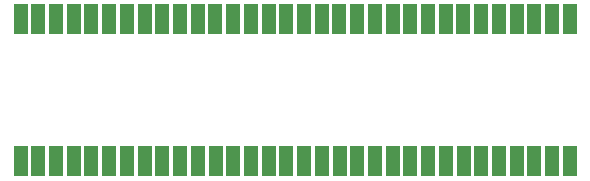
<source format=gbr>
%TF.GenerationSoftware,KiCad,Pcbnew,6.0.7+dfsg-1~bpo11+1*%
%TF.CreationDate,2022-09-04T13:44:52+01:00*%
%TF.ProjectId,gba_flex_ds_lite,6762615f-666c-4657-985f-64735f6c6974,rev?*%
%TF.SameCoordinates,Original*%
%TF.FileFunction,Soldermask,Top*%
%TF.FilePolarity,Negative*%
%FSLAX46Y46*%
G04 Gerber Fmt 4.6, Leading zero omitted, Abs format (unit mm)*
G04 Created by KiCad (PCBNEW 6.0.7+dfsg-1~bpo11+1) date 2022-09-04 13:44:52*
%MOMM*%
%LPD*%
G01*
G04 APERTURE LIST*
G04 Aperture macros list*
%AMRoundRect*
0 Rectangle with rounded corners*
0 $1 Rounding radius*
0 $2 $3 $4 $5 $6 $7 $8 $9 X,Y pos of 4 corners*
0 Add a 4 corners polygon primitive as box body*
4,1,4,$2,$3,$4,$5,$6,$7,$8,$9,$2,$3,0*
0 Add four circle primitives for the rounded corners*
1,1,$1+$1,$2,$3*
1,1,$1+$1,$4,$5*
1,1,$1+$1,$6,$7*
1,1,$1+$1,$8,$9*
0 Add four rect primitives between the rounded corners*
20,1,$1+$1,$2,$3,$4,$5,0*
20,1,$1+$1,$4,$5,$6,$7,0*
20,1,$1+$1,$6,$7,$8,$9,0*
20,1,$1+$1,$8,$9,$2,$3,0*%
G04 Aperture macros list end*
%ADD10RoundRect,0.050800X0.500000X1.250000X-0.500000X1.250000X-0.500000X-1.250000X0.500000X-1.250000X0*%
%ADD11RoundRect,0.050800X-0.500000X-1.250000X0.500000X-1.250000X0.500000X1.250000X-0.500000X1.250000X0*%
G04 APERTURE END LIST*
D10*
%TO.C,J2*%
X154894280Y-89410800D03*
D11*
X153395340Y-89410800D03*
X151895340Y-89410800D03*
X150395340Y-89410800D03*
X148895340Y-89410800D03*
X147395340Y-89410800D03*
X145895340Y-89410800D03*
X144395340Y-89410800D03*
X142895340Y-89410800D03*
X141395340Y-89410800D03*
X139895340Y-89410800D03*
X138395340Y-89410800D03*
X136895340Y-89410800D03*
X135395340Y-89410800D03*
X133895340Y-89410800D03*
X132395340Y-89410800D03*
X130895340Y-89410800D03*
X129395340Y-89410800D03*
X127895340Y-89410800D03*
X126395340Y-89410800D03*
X124895340Y-89410800D03*
X123395340Y-89410800D03*
X121895340Y-89410800D03*
X120395340Y-89410800D03*
X118895340Y-89410800D03*
X117395340Y-89410800D03*
X115895340Y-89410800D03*
X114395340Y-89410800D03*
D10*
X112895340Y-89410800D03*
X111395340Y-89410800D03*
D11*
X109895340Y-89410800D03*
D10*
X108397040Y-89410540D03*
%TD*%
%TO.C,J1*%
X108390460Y-77373220D03*
D11*
X109888760Y-77373480D03*
D10*
X112888760Y-77373480D03*
D11*
X114388760Y-77373480D03*
X115888760Y-77373480D03*
X117388760Y-77373480D03*
X118888760Y-77373480D03*
X120388760Y-77373480D03*
X121888760Y-77373480D03*
X123388760Y-77373480D03*
X124888760Y-77373480D03*
X126388760Y-77373480D03*
X127888760Y-77373480D03*
X129388760Y-77373480D03*
X130888760Y-77373480D03*
X132388760Y-77373480D03*
X133888760Y-77373480D03*
X135388760Y-77373480D03*
X136888760Y-77373480D03*
X138388760Y-77373480D03*
D10*
X111388760Y-77373480D03*
D11*
X139888760Y-77373480D03*
X141388760Y-77373480D03*
X142888760Y-77373480D03*
X144388760Y-77373480D03*
X145888760Y-77373480D03*
X147388760Y-77373480D03*
X148888760Y-77373480D03*
X150388760Y-77373480D03*
X151888760Y-77373480D03*
X153388760Y-77373480D03*
D10*
X154887700Y-77373480D03*
%TD*%
M02*

</source>
